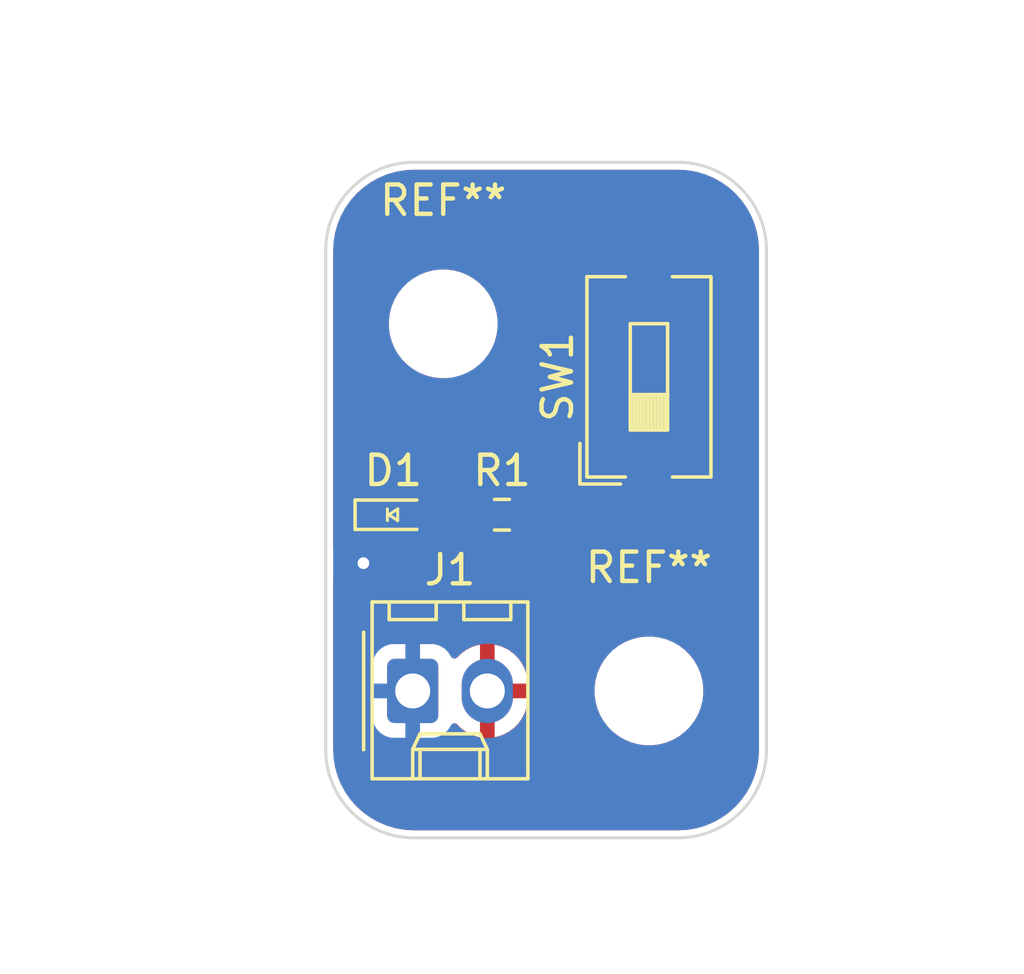
<source format=kicad_pcb>
(kicad_pcb (version 20240108) (generator "pcbnew") (generator_version "8.0")
  (title_block (title "LED Project") (date "2024-10-07") (rev "1.0") (company "Illini Solar Car") (comment 1 "Designed By: Patrick Dima"))
  (layers (0 "F.Cu" signal) (31 "B.Cu" signal) (34 "B.Paste" user) (35 "F.Paste" user) (36 "B.SilkS" user "B.Silkscreen") (37 "F.SilkS" user "F.Silkscreen") (38 "B.Mask" user) (39 "F.Mask" user) (44 "Edge.Cuts" user))
  (net 0 "")
  (net 1 "GND")
  (net 2 "Net-(D1-A)")
  (net 3 "+3V3")
  (net 4 "Net-(R1-Pad1)")
  (footprint "Resistor_SMD:R_0603_1608Metric_Pad0.98x0.95mm_HandSolder" (layer "F.Cu") (at 118 119 180)
    (property "Reference" "R1" (at 0 1.5 360) (layer "F.SilkS"))
    (property "Value" "105")
    (fp_line (start -0.254724 0.5225) (end 0.254724 0.5225) (stroke (width 0.12)) (layer "F.SilkS"))
    (fp_line (start -0.254724 -0.5225) (end 0.254724 -0.5225) (stroke (width 0.12)) (layer "F.SilkS"))
    (pad "1" smd roundrect (at -0.9125 0 180) (size 0.975 0.95) (layers "F.Cu" "F.Paste" "F.Mask") (net 4 "Net-(R1-Pad1)"))
    (pad "2" smd roundrect (at 0.9125 0 180) (size 0.975 0.95) (layers "F.Cu" "F.Paste" "F.Mask") (net 2 "Net-(D1-A)"))
  )
  (footprint "MountingHole:MountingHole_3.2mm_M3" (layer "F.Cu") (at 123 125)
    (property "Reference" "REF**" (at 0 -4.2 0) (layer "F.SilkS"))
    (property "Value" "MountingHole_3.2mm_M3")
    (pad "" np_thru_hole circle (at 0 0) (size 3.2 3.2) (drill 3.2) (layers "*.Cu" "*.Mask"))
  )
  (footprint "Connector_Molex:Molex_KK-254_AE-6410-02A_1x02_P2.54mm_Vertical" (layer "F.Cu") (at 114.96 125)
    (property "Reference" "J1" (at 1.27 -4.12 0) (layer "F.SilkS"))
    (property "Value" "Conn_01x02")
    (fp_line (start -1.67 -2) (end -1.67 2) (stroke (width 0.12)) (layer "F.SilkS"))
    (fp_line (start -1.38 -3.03) (end -1.38 2.99) (stroke (width 0.12)) (layer "F.SilkS"))
    (fp_line (start -1.38 2.99) (end 3.92 2.99) (stroke (width 0.12)) (layer "F.SilkS"))
    (fp_line (start -0.8 -3.03) (end -0.8 -2.43) (stroke (width 0.12)) (layer "F.SilkS"))
    (fp_line (start -0.8 -2.43) (end 0.8 -2.43) (stroke (width 0.12)) (layer "F.SilkS"))
    (fp_line (start 0 1.99) (end 0.25 1.46) (stroke (width 0.12)) (layer "F.SilkS"))
    (fp_line (start 0 1.99) (end 2.54 1.99) (stroke (width 0.12)) (layer "F.SilkS"))
    (fp_line (start 0 2.99) (end 0 1.99) (stroke (width 0.12)) (layer "F.SilkS"))
    (fp_line (start 0.25 1.46) (end 2.29 1.46) (stroke (width 0.12)) (layer "F.SilkS"))
    (fp_line (start 0.25 2.99) (end 0.25 1.99) (stroke (width 0.12)) (layer "F.SilkS"))
    (fp_line (start 0.8 -2.43) (end 0.8 -3.03) (stroke (width 0.12)) (layer "F.SilkS"))
    (fp_line (start 1.74 -3.03) (end 1.74 -2.43) (stroke (width 0.12)) (layer "F.SilkS"))
    (fp_line (start 1.74 -2.43) (end 3.34 -2.43) (stroke (width 0.12)) (layer "F.SilkS"))
    (fp_line (start 2.29 1.46) (end 2.54 1.99) (stroke (width 0.12)) (layer "F.SilkS"))
    (fp_line (start 2.29 2.99) (end 2.29 1.99) (stroke (width 0.12)) (layer "F.SilkS"))
    (fp_line (start 2.54 1.99) (end 2.54 2.99) (stroke (width 0.12)) (layer "F.SilkS"))
    (fp_line (start 3.34 -2.43) (end 3.34 -3.03) (stroke (width 0.12)) (layer "F.SilkS"))
    (fp_line (start 3.92 -3.03) (end -1.38 -3.03) (stroke (width 0.12)) (layer "F.SilkS"))
    (fp_line (start 3.92 2.99) (end 3.92 -3.03) (stroke (width 0.12)) (layer "F.SilkS"))
    (pad "1" thru_hole roundrect (at 0 0) (size 1.74 2.19) (drill 1.19) (layers "*.Cu" "*.Mask") (roundrect_rratio 0.143678) (net 1 "GND"))
    (pad "2" thru_hole oval (at 2.54 0) (size 1.74 2.19) (drill 1.19) (layers "*.Cu" "*.Mask") (net 3 "+3V3"))
  )
  (footprint "Button_Switch_SMD:SW_DIP_SPSTx01_Slide_6.7x4.1mm_W8.61mm_P2.54mm_LowProfile" (layer "F.Cu") (at 123 114.305 90)
    (property "Reference" "SW1" (at 0 -3.11 90) (layer "F.SilkS"))
    (property "Value" "SW_Push")
    (fp_line (start -3.65 -2.35) (end -2.267 -2.35) (stroke (width 0.12)) (layer "F.SilkS"))
    (fp_line (start -3.65 -2.35) (end -3.65 -0.967) (stroke (width 0.12)) (layer "F.SilkS"))
    (fp_line (start 3.41 -2.11) (end 3.41 -0.8) (stroke (width 0.12)) (layer "F.SilkS"))
    (fp_line (start -3.41 -2.11) (end 3.41 -2.11) (stroke (width 0.12)) (layer "F.SilkS"))
    (fp_line (start -3.41 -2.11) (end -3.41 -0.8) (stroke (width 0.12)) (layer "F.SilkS"))
    (fp_line (start 1.81 -0.635) (end -1.81 -0.635) (stroke (width 0.12)) (layer "F.SilkS"))
    (fp_line (start -0.603333 -0.635) (end -0.603333 0.635) (stroke (width 0.12)) (layer "F.SilkS"))
    (fp_line (start -1.81 -0.635) (end -1.81 0.635) (stroke (width 0.12)) (layer "F.SilkS"))
    (fp_line (start -1.81 -0.515) (end -0.603333 -0.515) (stroke (width 0.12)) (layer "F.SilkS"))
    (fp_line (start -1.81 -0.395) (end -0.603333 -0.395) (stroke (width 0.12)) (layer "F.SilkS"))
    (fp_line (start -1.81 -0.275) (end -0.603333 -0.275) (stroke (width 0.12)) (layer "F.SilkS"))
    (fp_line (start -1.81 -0.155) (end -0.603333 -0.155) (stroke (width 0.12)) (layer "F.SilkS"))
    (fp_line (start -1.81 -0.035) (end -0.603333 -0.035) (stroke (width 0.12)) (layer "F.SilkS"))
    (fp_line (start -1.81 0.085) (end -0.603333 0.085) (stroke (width 0.12)) (layer "F.SilkS"))
    (fp_line (start -1.81 0.205) (end -0.603333 0.205) (stroke (width 0.12)) (layer "F.SilkS"))
    (fp_line (start -1.81 0.325) (end -0.603333 0.325) (stroke (width 0.12)) (layer "F.SilkS"))
    (fp_line (start -1.81 0.445) (end -0.603333 0.445) (stroke (width 0.12)) (layer "F.SilkS"))
    (fp_line (start -1.81 0.565) (end -0.603333 0.565) (stroke (width 0.12)) (layer "F.SilkS"))
    (fp_line (start 1.81 0.635) (end 1.81 -0.635) (stroke (width 0.12)) (layer "F.SilkS"))
    (fp_line (start -1.81 0.635) (end 1.81 0.635) (stroke (width 0.12)) (layer "F.SilkS"))
    (fp_line (start 3.41 0.8) (end 3.41 2.11) (stroke (width 0.12)) (layer "F.SilkS"))
    (fp_line (start -3.41 0.8) (end -3.41 2.11) (stroke (width 0.12)) (layer "F.SilkS"))
    (fp_line (start -3.41 2.11) (end 3.41 2.11) (stroke (width 0.12)) (layer "F.SilkS"))
    (pad "1" smd rect (at -4.305 0 90) (size 2.44 1.12) (layers "F.Cu" "F.Paste" "F.Mask") (net 3 "+3V3"))
    (pad "2" smd rect (at 4.305 0 90) (size 2.44 1.12) (layers "F.Cu" "F.Paste" "F.Mask") (net 4 "Net-(R1-Pad1)"))
  )
  (footprint "MountingHole:MountingHole_3.2mm_M3" (layer "F.Cu") (at 116 112.5)
    (property "Reference" "REF**" (at 0 -4.2 0) (layer "F.SilkS"))
    (property "Value" "MountingHole_3.2mm_M3")
    (pad "" np_thru_hole circle (at 0 0) (size 3.2 3.2) (drill 3.2) (layers "*.Cu" "*.Mask"))
  )
  (footprint "layout:LED_0603_Symbol_on_F.SilkS" (layer "F.Cu") (at 114.3 119)
    (property "Reference" "D1" (at 0 -1.5 0) (layer "F.SilkS"))
    (property "Value" "LED_RED")
    (fp_line (start -1.3 -0.5) (end -1.3 0.5) (stroke (width 0.12)) (layer "F.SilkS"))
    (fp_line (start -1.3 -0.5) (end 0.8 -0.5) (stroke (width 0.12)) (layer "F.SilkS"))
    (fp_line (start -1.3 0.5) (end 0.8 0.5) (stroke (width 0.12)) (layer "F.SilkS"))
    (fp_line (start -0.2 -0.2) (end -0.2 0.2) (stroke (width 0.1)) (layer "F.SilkS"))
    (fp_line (start -0.15 0) (end 0.15 -0.2) (stroke (width 0.1)) (layer "F.SilkS"))
    (fp_line (start 0.15 -0.2) (end 0.15 0.2) (stroke (width 0.1)) (layer "F.SilkS"))
    (fp_line (start 0.15 0.2) (end -0.15 0) (stroke (width 0.1)) (layer "F.SilkS"))
    (pad "1" smd rect (at -0.8 0 180) (size 0.8 0.8) (layers "F.Cu" "F.Paste" "F.Mask") (net 1 "GND"))
    (pad "2" smd rect (at 0.8 0 180) (size 0.8 0.8) (layers "F.Cu" "F.Paste" "F.Mask") (net 2 "Net-(D1-A)"))
  )
  (gr_line (start 115 107) (end 124 107) (stroke (width 0.1)) (layer "Edge.Cuts"))
  (gr_line (start 112 127) (end 112 110) (stroke (width 0.1)) (layer "Edge.Cuts"))
  (gr_arc (start 112 110) (mid 112.87868 107.87868) (end 115 107) (stroke (width 0.1)) (layer "Edge.Cuts"))
  (gr_arc (start 127 127) (mid 126.12132 129.12132) (end 124 130) (stroke (width 0.1)) (layer "Edge.Cuts"))
  (gr_arc (start 115 130) (mid 112.87868 129.12132) (end 112 127) (stroke (width 0.1)) (layer "Edge.Cuts"))
  (gr_line (start 127 110) (end 127 127) (stroke (width 0.1)) (layer "Edge.Cuts"))
  (gr_arc (start 124 107) (mid 126.12132 107.87868) (end 127 110) (stroke (width 0.1)) (layer "Edge.Cuts"))
  (gr_line (start 124 130) (end 115 130) (stroke (width 0.1)) (layer "Edge.Cuts"))
  (segment (start 113.5 120.434) (end 113.284 120.65) (width 0.25) (layer "F.Cu") (net 1))
  (segment (start 113.5 119) (end 113.5 120.434) (width 0.25) (layer "F.Cu") (net 1))
  (via (at 113.284 120.65) (size 0.8) (drill 0.4) (layers "F.Cu" "B.Cu") (net 1))
  (segment (start 115.1 119) (end 117.0875 119) (width 0.25) (layer "F.Cu") (net 2))
  (segment (start 119.634 112.014) (end 119.634 116.84) (width 0.25) (layer "F.Cu") (net 4))
  (segment (start 121.14 110) (end 120.142 110.998) (width 0.25) (layer "F.Cu") (net 4))
  (segment (start 123 110) (end 121.14 110) (width 0.25) (layer "F.Cu") (net 4))
  (segment (start 120.142 111.506) (end 119.634 112.014) (width 0.25) (layer "F.Cu") (net 4))
  (segment (start 120.142 110.998) (end 120.142 111.506) (width 0.25) (layer "F.Cu") (net 4))
  (segment (start 118.9125 117.6425) (end 118.9125 119) (width 0.25) (layer "F.Cu") (net 4))
  (segment (start 119.634 116.84) (end 118.872 117.602) (width 0.25) (layer "F.Cu") (net 4))
  (segment (start 118.872 117.602) (end 118.9125 117.6425) (width 0.25) (layer "F.Cu") (net 4))
  (zone (net 3) (net_name "+3V3") (layer "F.Cu") (connect_pads (clearance 0.508)) (min_thickness 0.25) (fill yes (thermal_gap 0.5) (thermal_bridge_width 0.5))
    (polygon (pts (xy 112 107) (xy 127 107) (xy 127 130) (xy 112 130)))
  )
  (zone (net 1) (net_name "GND") (layer "B.Cu") (priority 1) (connect_pads (clearance 0.508)) (min_thickness 0.25) (fill yes (thermal_gap 0.5) (thermal_bridge_width 0.5))
    (polygon (pts (xy 112 107) (xy 127 107) (xy 127 130) (xy 112 130)))
  )
)
</source>
